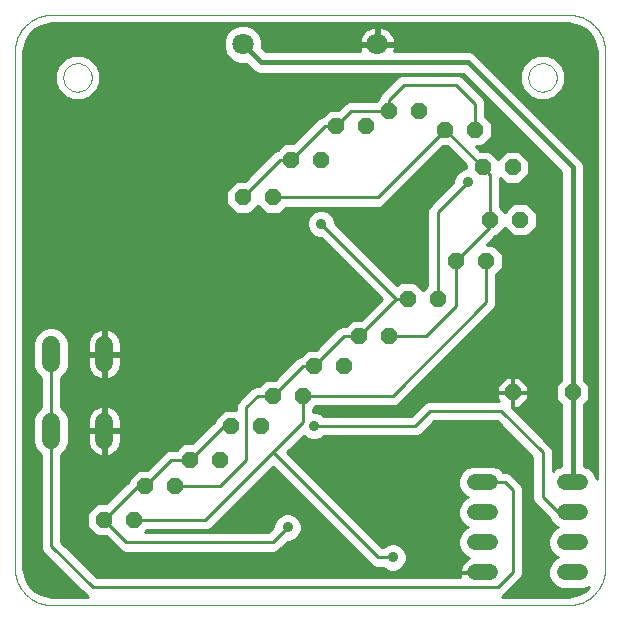
<source format=gbl>
G75*
G70*
%OFA0B0*%
%FSLAX24Y24*%
%IPPOS*%
%LPD*%
%AMOC8*
5,1,8,0,0,1.08239X$1,22.5*
%
%ADD10C,0.0000*%
%ADD11OC8,0.0520*%
%ADD12C,0.0520*%
%ADD13C,0.0600*%
%ADD14C,0.0709*%
%ADD15C,0.0100*%
%ADD16C,0.0357*%
%ADD17C,0.0160*%
D10*
X000559Y001809D02*
X000559Y018994D01*
X000561Y019062D01*
X000566Y019129D01*
X000575Y019196D01*
X000588Y019263D01*
X000605Y019328D01*
X000624Y019393D01*
X000648Y019457D01*
X000675Y019519D01*
X000705Y019580D01*
X000738Y019638D01*
X000774Y019695D01*
X000814Y019750D01*
X000856Y019803D01*
X000902Y019854D01*
X000949Y019901D01*
X001000Y019947D01*
X001053Y019989D01*
X001108Y020029D01*
X001165Y020065D01*
X001223Y020098D01*
X001284Y020128D01*
X001346Y020155D01*
X001410Y020179D01*
X001475Y020198D01*
X001540Y020215D01*
X001607Y020228D01*
X001674Y020237D01*
X001741Y020242D01*
X001809Y020244D01*
X018994Y020244D01*
X019062Y020242D01*
X019129Y020237D01*
X019196Y020228D01*
X019263Y020215D01*
X019328Y020198D01*
X019393Y020179D01*
X019457Y020155D01*
X019519Y020128D01*
X019580Y020098D01*
X019638Y020065D01*
X019695Y020029D01*
X019750Y019989D01*
X019803Y019947D01*
X019854Y019901D01*
X019901Y019854D01*
X019947Y019803D01*
X019989Y019750D01*
X020029Y019695D01*
X020065Y019638D01*
X020098Y019580D01*
X020128Y019519D01*
X020155Y019457D01*
X020179Y019393D01*
X020198Y019328D01*
X020215Y019263D01*
X020228Y019196D01*
X020237Y019129D01*
X020242Y019062D01*
X020244Y018994D01*
X020244Y001809D01*
X020242Y001741D01*
X020237Y001674D01*
X020228Y001607D01*
X020215Y001540D01*
X020198Y001475D01*
X020179Y001410D01*
X020155Y001346D01*
X020128Y001284D01*
X020098Y001223D01*
X020065Y001165D01*
X020029Y001108D01*
X019989Y001053D01*
X019947Y001000D01*
X019901Y000949D01*
X019854Y000902D01*
X019803Y000856D01*
X019750Y000814D01*
X019695Y000774D01*
X019638Y000738D01*
X019580Y000705D01*
X019519Y000675D01*
X019457Y000648D01*
X019393Y000624D01*
X019328Y000605D01*
X019263Y000588D01*
X019196Y000575D01*
X019129Y000566D01*
X019062Y000561D01*
X018994Y000559D01*
X001809Y000559D01*
X001741Y000561D01*
X001674Y000566D01*
X001607Y000575D01*
X001540Y000588D01*
X001475Y000605D01*
X001410Y000624D01*
X001346Y000648D01*
X001284Y000675D01*
X001223Y000705D01*
X001165Y000738D01*
X001108Y000774D01*
X001053Y000814D01*
X001000Y000856D01*
X000949Y000902D01*
X000902Y000949D01*
X000856Y001000D01*
X000814Y001053D01*
X000774Y001108D01*
X000738Y001165D01*
X000705Y001223D01*
X000675Y001284D01*
X000648Y001346D01*
X000624Y001410D01*
X000605Y001475D01*
X000588Y001540D01*
X000575Y001607D01*
X000566Y001674D01*
X000561Y001741D01*
X000559Y001809D01*
X002179Y018151D02*
X002181Y018194D01*
X002187Y018236D01*
X002197Y018278D01*
X002210Y018319D01*
X002227Y018359D01*
X002248Y018396D01*
X002272Y018432D01*
X002299Y018465D01*
X002329Y018496D01*
X002362Y018524D01*
X002397Y018549D01*
X002434Y018570D01*
X002473Y018588D01*
X002513Y018602D01*
X002555Y018613D01*
X002597Y018620D01*
X002640Y018623D01*
X002683Y018622D01*
X002726Y018617D01*
X002768Y018608D01*
X002809Y018596D01*
X002849Y018580D01*
X002887Y018560D01*
X002923Y018537D01*
X002957Y018510D01*
X002989Y018481D01*
X003017Y018449D01*
X003043Y018414D01*
X003065Y018378D01*
X003084Y018339D01*
X003099Y018299D01*
X003111Y018258D01*
X003119Y018215D01*
X003123Y018172D01*
X003123Y018130D01*
X003119Y018087D01*
X003111Y018044D01*
X003099Y018003D01*
X003084Y017963D01*
X003065Y017924D01*
X003043Y017888D01*
X003017Y017853D01*
X002989Y017821D01*
X002957Y017792D01*
X002923Y017765D01*
X002887Y017742D01*
X002849Y017722D01*
X002809Y017706D01*
X002768Y017694D01*
X002726Y017685D01*
X002683Y017680D01*
X002640Y017679D01*
X002597Y017682D01*
X002555Y017689D01*
X002513Y017700D01*
X002473Y017714D01*
X002434Y017732D01*
X002397Y017753D01*
X002362Y017778D01*
X002329Y017806D01*
X002299Y017837D01*
X002272Y017870D01*
X002248Y017906D01*
X002227Y017943D01*
X002210Y017983D01*
X002197Y018024D01*
X002187Y018066D01*
X002181Y018108D01*
X002179Y018151D01*
X017679Y018151D02*
X017681Y018194D01*
X017687Y018236D01*
X017697Y018278D01*
X017710Y018319D01*
X017727Y018359D01*
X017748Y018396D01*
X017772Y018432D01*
X017799Y018465D01*
X017829Y018496D01*
X017862Y018524D01*
X017897Y018549D01*
X017934Y018570D01*
X017973Y018588D01*
X018013Y018602D01*
X018055Y018613D01*
X018097Y018620D01*
X018140Y018623D01*
X018183Y018622D01*
X018226Y018617D01*
X018268Y018608D01*
X018309Y018596D01*
X018349Y018580D01*
X018387Y018560D01*
X018423Y018537D01*
X018457Y018510D01*
X018489Y018481D01*
X018517Y018449D01*
X018543Y018414D01*
X018565Y018378D01*
X018584Y018339D01*
X018599Y018299D01*
X018611Y018258D01*
X018619Y018215D01*
X018623Y018172D01*
X018623Y018130D01*
X018619Y018087D01*
X018611Y018044D01*
X018599Y018003D01*
X018584Y017963D01*
X018565Y017924D01*
X018543Y017888D01*
X018517Y017853D01*
X018489Y017821D01*
X018457Y017792D01*
X018423Y017765D01*
X018387Y017742D01*
X018349Y017722D01*
X018309Y017706D01*
X018268Y017694D01*
X018226Y017685D01*
X018183Y017680D01*
X018140Y017679D01*
X018097Y017682D01*
X018055Y017689D01*
X018013Y017700D01*
X017973Y017714D01*
X017934Y017732D01*
X017897Y017753D01*
X017862Y017778D01*
X017829Y017806D01*
X017799Y017837D01*
X017772Y017870D01*
X017748Y017906D01*
X017727Y017943D01*
X017710Y017983D01*
X017697Y018024D01*
X017687Y018066D01*
X017681Y018108D01*
X017679Y018151D01*
D11*
X015901Y016401D03*
X014901Y016401D03*
X014026Y017026D03*
X013026Y017026D03*
X012276Y016526D03*
X011276Y016526D03*
X010776Y015401D03*
X009776Y015401D03*
X009151Y014151D03*
X008151Y014151D03*
X012026Y009526D03*
X013026Y009526D03*
X013651Y010776D03*
X014651Y010776D03*
X015276Y012026D03*
X016276Y012026D03*
X016401Y013401D03*
X017401Y013401D03*
X017151Y015151D03*
X016151Y015151D03*
X011526Y008526D03*
X010526Y008526D03*
X010151Y007526D03*
X009151Y007526D03*
X008776Y006526D03*
X007776Y006526D03*
X007401Y005401D03*
X006401Y005401D03*
X005901Y004526D03*
X004901Y004526D03*
X004526Y003401D03*
X003526Y003401D03*
X017151Y007651D03*
X019151Y007651D03*
D12*
X018891Y004651D02*
X019411Y004651D01*
X019411Y003651D02*
X018891Y003651D01*
X018891Y002651D02*
X019411Y002651D01*
X019411Y001651D02*
X018891Y001651D01*
X016411Y001651D02*
X015891Y001651D01*
X015891Y002651D02*
X016411Y002651D01*
X016411Y003651D02*
X015891Y003651D01*
X015891Y004651D02*
X016411Y004651D01*
D13*
X003541Y006071D02*
X003541Y006671D01*
X001761Y006671D02*
X001761Y006071D01*
X001761Y008631D02*
X001761Y009231D01*
X003541Y009231D02*
X003541Y008631D01*
D14*
X008161Y019256D03*
X012641Y019256D03*
D15*
X002684Y001138D02*
X001133Y001138D01*
X001047Y001224D02*
X000922Y001441D01*
X000857Y001683D01*
X000849Y001809D01*
X000849Y018994D01*
X000857Y019119D01*
X000922Y019361D01*
X001047Y019578D01*
X001224Y019755D01*
X001441Y019881D01*
X001683Y019946D01*
X001809Y019954D01*
X001866Y019954D01*
X018936Y019954D01*
X018994Y019954D01*
X019119Y019946D01*
X019361Y019881D01*
X019578Y019755D01*
X019755Y019578D01*
X019881Y019361D01*
X019946Y019119D01*
X019954Y018994D01*
X019954Y004779D01*
X019877Y004963D01*
X019723Y005117D01*
X019521Y005201D01*
X019521Y007243D01*
X019701Y007423D01*
X019701Y007879D01*
X019521Y008059D01*
X019521Y015078D01*
X019521Y015225D01*
X019465Y015361D01*
X015965Y018861D01*
X015861Y018965D01*
X015725Y019021D01*
X013200Y019021D01*
X013201Y019024D01*
X013231Y019114D01*
X013245Y019206D01*
X012692Y019206D01*
X012692Y019306D01*
X013245Y019306D01*
X013231Y019397D01*
X013201Y019488D01*
X013158Y019572D01*
X013102Y019649D01*
X013035Y019717D01*
X012958Y019772D01*
X012873Y019816D01*
X012783Y019845D01*
X012691Y019859D01*
X012691Y019306D01*
X012591Y019306D01*
X012591Y019859D01*
X012500Y019845D01*
X012409Y019816D01*
X012325Y019772D01*
X012248Y019717D01*
X012180Y019649D01*
X012125Y019572D01*
X012081Y019488D01*
X012052Y019397D01*
X012037Y019306D01*
X012591Y019306D01*
X012591Y019206D01*
X012037Y019206D01*
X012052Y019114D01*
X012081Y019024D01*
X012083Y019021D01*
X008919Y019021D01*
X008805Y019134D01*
X008805Y019384D01*
X008707Y019621D01*
X008526Y019802D01*
X008289Y019900D01*
X008033Y019900D01*
X007796Y019802D01*
X007615Y019621D01*
X007517Y019384D01*
X007517Y019127D01*
X007615Y018891D01*
X007796Y018709D01*
X008033Y018611D01*
X008282Y018611D01*
X008556Y018338D01*
X008692Y018281D01*
X008839Y018281D01*
X015498Y018281D01*
X018781Y014998D01*
X018781Y008059D01*
X018601Y007879D01*
X018601Y007423D01*
X018781Y007243D01*
X018781Y005201D01*
X018580Y005117D01*
X018491Y005029D01*
X018491Y005719D01*
X018439Y005844D01*
X018344Y005939D01*
X017121Y007162D01*
X017121Y007621D01*
X016641Y007621D01*
X016641Y007440D01*
X016715Y007366D01*
X016709Y007366D01*
X014469Y007366D01*
X014334Y007366D01*
X014209Y007314D01*
X013760Y006866D01*
X010849Y006866D01*
X010792Y006923D01*
X010619Y006995D01*
X010491Y006995D01*
X010491Y007088D01*
X010589Y007186D01*
X013084Y007186D01*
X013219Y007186D01*
X013344Y007238D01*
X016469Y010363D01*
X016564Y010459D01*
X016616Y010584D01*
X016616Y011588D01*
X016826Y011798D01*
X016826Y012254D01*
X016504Y012576D01*
X016307Y012576D01*
X016582Y012851D01*
X016629Y012851D01*
X016901Y013123D01*
X017173Y012851D01*
X017629Y012851D01*
X017951Y013173D01*
X017951Y013629D01*
X017629Y013951D01*
X017173Y013951D01*
X016901Y013679D01*
X016741Y013839D01*
X016741Y014784D01*
X016923Y014601D01*
X017379Y014601D01*
X017701Y014923D01*
X017701Y015379D01*
X017379Y015701D01*
X016923Y015701D01*
X016651Y015429D01*
X016379Y015701D01*
X016082Y015701D01*
X015932Y015851D01*
X016129Y015851D01*
X016451Y016173D01*
X016451Y016629D01*
X016241Y016839D01*
X016241Y017209D01*
X016241Y017344D01*
X016189Y017469D01*
X015564Y018094D01*
X015469Y018189D01*
X015344Y018241D01*
X013594Y018241D01*
X013459Y018241D01*
X013334Y018189D01*
X012834Y017689D01*
X012738Y017594D01*
X012686Y017469D01*
X012686Y017464D01*
X012588Y017366D01*
X011844Y017366D01*
X011709Y017366D01*
X011584Y017314D01*
X011345Y017076D01*
X011048Y017076D01*
X010838Y016866D01*
X010834Y016866D01*
X010709Y016814D01*
X010613Y016719D01*
X009845Y015951D01*
X009548Y015951D01*
X009338Y015741D01*
X009334Y015741D01*
X009209Y015689D01*
X009113Y015594D01*
X009113Y015594D01*
X008220Y014701D01*
X007923Y014701D01*
X007601Y014379D01*
X007601Y013923D01*
X007923Y013601D01*
X008379Y013601D01*
X008651Y013873D01*
X008923Y013601D01*
X009379Y013601D01*
X009589Y013811D01*
X012584Y013811D01*
X012719Y013811D01*
X012844Y013863D01*
X014832Y015851D01*
X014970Y015851D01*
X015601Y015220D01*
X015601Y015120D01*
X015558Y015120D01*
X015386Y015048D01*
X015254Y014917D01*
X015183Y014744D01*
X015183Y014664D01*
X014363Y013844D01*
X014311Y013719D01*
X014311Y013584D01*
X014311Y011214D01*
X014151Y011054D01*
X013879Y011326D01*
X013423Y011326D01*
X013315Y011218D01*
X011245Y013289D01*
X011245Y013369D01*
X011173Y013542D01*
X011042Y013673D01*
X010869Y013745D01*
X010683Y013745D01*
X010511Y013673D01*
X010379Y013542D01*
X010308Y013369D01*
X010308Y013183D01*
X010379Y013011D01*
X010511Y012879D01*
X010683Y012808D01*
X010764Y012808D01*
X012795Y010776D01*
X012095Y010076D01*
X011798Y010076D01*
X011588Y009866D01*
X011459Y009866D01*
X011334Y009814D01*
X011238Y009719D01*
X010595Y009076D01*
X010298Y009076D01*
X010088Y008866D01*
X010084Y008866D01*
X009959Y008814D01*
X009863Y008719D01*
X009220Y008076D01*
X008923Y008076D01*
X008713Y007866D01*
X008584Y007866D01*
X008459Y007814D01*
X008363Y007719D01*
X007988Y007344D01*
X007936Y007219D01*
X007936Y007084D01*
X007936Y007076D01*
X007548Y007076D01*
X007226Y006754D01*
X007226Y006707D01*
X006470Y005951D01*
X006173Y005951D01*
X005963Y005741D01*
X005844Y005741D01*
X005709Y005741D01*
X005584Y005689D01*
X004970Y005076D01*
X004673Y005076D01*
X004351Y004754D01*
X004351Y004707D01*
X003595Y003951D01*
X003298Y003951D01*
X002976Y003629D01*
X002976Y003173D01*
X003298Y002851D01*
X003595Y002851D01*
X004084Y002363D01*
X004209Y002311D01*
X004344Y002311D01*
X009219Y002311D01*
X009344Y002363D01*
X009439Y002459D01*
X009664Y002683D01*
X009744Y002683D01*
X009917Y002754D01*
X010048Y002886D01*
X010120Y003058D01*
X010120Y003244D01*
X010048Y003417D01*
X009917Y003548D01*
X009744Y003620D01*
X009558Y003620D01*
X009386Y003548D01*
X009254Y003417D01*
X009183Y003244D01*
X009183Y003164D01*
X009010Y002991D01*
X004894Y002991D01*
X004964Y003061D01*
X006834Y003061D01*
X006969Y003061D01*
X007094Y003113D01*
X009151Y005170D01*
X012459Y001863D01*
X012584Y001811D01*
X012719Y001811D01*
X012829Y001811D01*
X012886Y001754D01*
X013058Y001683D01*
X013244Y001683D01*
X013417Y001754D01*
X013548Y001886D01*
X013620Y002058D01*
X013620Y002244D01*
X013548Y002417D01*
X013417Y002548D01*
X013244Y002620D01*
X013058Y002620D01*
X012886Y002548D01*
X012829Y002491D01*
X012792Y002491D01*
X009632Y005651D01*
X010185Y006205D01*
X010261Y006129D01*
X010433Y006058D01*
X010619Y006058D01*
X010792Y006129D01*
X010849Y006186D01*
X013969Y006186D01*
X014094Y006238D01*
X014189Y006334D01*
X014542Y006686D01*
X016635Y006686D01*
X017811Y005510D01*
X017811Y004219D01*
X017811Y004084D01*
X017863Y003959D01*
X018363Y003459D01*
X018385Y003437D01*
X018425Y003340D01*
X018580Y003185D01*
X018661Y003151D01*
X018580Y003117D01*
X018425Y002963D01*
X018341Y002761D01*
X018341Y002542D01*
X018425Y002340D01*
X018580Y002185D01*
X018661Y002151D01*
X018580Y002117D01*
X018425Y001963D01*
X018341Y001761D01*
X018341Y001542D01*
X018425Y001340D01*
X018580Y001185D01*
X018782Y001101D01*
X019521Y001101D01*
X019711Y001180D01*
X019578Y001047D01*
X019361Y000922D01*
X019119Y000857D01*
X018994Y000849D01*
X016809Y000849D01*
X016844Y000863D01*
X016939Y000959D01*
X017344Y001363D01*
X017439Y001459D01*
X017491Y001584D01*
X017491Y004334D01*
X017491Y004469D01*
X017439Y004594D01*
X017189Y004844D01*
X017094Y004939D01*
X016969Y004991D01*
X016849Y004991D01*
X016723Y005117D01*
X016521Y005201D01*
X015782Y005201D01*
X015580Y005117D01*
X015425Y004963D01*
X015341Y004761D01*
X015341Y004542D01*
X015425Y004340D01*
X015580Y004185D01*
X015661Y004151D01*
X015580Y004117D01*
X015425Y003963D01*
X015341Y003761D01*
X015341Y003542D01*
X015425Y003340D01*
X015580Y003185D01*
X015661Y003151D01*
X015580Y003117D01*
X015425Y002963D01*
X015341Y002761D01*
X015341Y002542D01*
X015425Y002340D01*
X015580Y002185D01*
X015713Y002130D01*
X015695Y002124D01*
X013620Y002124D01*
X013620Y002222D02*
X015543Y002222D01*
X015444Y002321D02*
X013588Y002321D01*
X013546Y002419D02*
X015392Y002419D01*
X015351Y002518D02*
X013447Y002518D01*
X013252Y002616D02*
X015341Y002616D01*
X015341Y002715D02*
X012568Y002715D01*
X012470Y002813D02*
X015363Y002813D01*
X015404Y002912D02*
X012371Y002912D01*
X012273Y003011D02*
X015473Y003011D01*
X015571Y003109D02*
X012174Y003109D01*
X012076Y003208D02*
X015557Y003208D01*
X015459Y003306D02*
X011977Y003306D01*
X011879Y003405D02*
X015398Y003405D01*
X015357Y003503D02*
X011780Y003503D01*
X011681Y003602D02*
X015341Y003602D01*
X015341Y003700D02*
X011583Y003700D01*
X011484Y003799D02*
X015357Y003799D01*
X015398Y003897D02*
X011386Y003897D01*
X011287Y003996D02*
X015458Y003996D01*
X015557Y004094D02*
X011189Y004094D01*
X011090Y004193D02*
X015572Y004193D01*
X015473Y004292D02*
X010992Y004292D01*
X010893Y004390D02*
X015404Y004390D01*
X015363Y004489D02*
X010795Y004489D01*
X010696Y004587D02*
X015341Y004587D01*
X015341Y004686D02*
X010598Y004686D01*
X010499Y004784D02*
X015351Y004784D01*
X015392Y004883D02*
X010400Y004883D01*
X010302Y004981D02*
X015444Y004981D01*
X015542Y005080D02*
X010203Y005080D01*
X010105Y005178D02*
X015727Y005178D01*
X016151Y004651D02*
X016901Y004651D01*
X017151Y004401D01*
X017151Y001651D01*
X016651Y001151D01*
X003151Y001151D01*
X001761Y002541D01*
X001761Y006371D01*
X001761Y008931D01*
X002276Y008332D02*
X003079Y008332D01*
X003071Y008343D02*
X003122Y008273D01*
X003183Y008212D01*
X003253Y008161D01*
X003330Y008122D01*
X003412Y008095D01*
X003491Y008082D01*
X003491Y008881D01*
X002991Y008881D01*
X002991Y008588D01*
X003005Y008502D01*
X003032Y008420D01*
X003071Y008343D01*
X003028Y008430D02*
X002317Y008430D01*
X002351Y008514D02*
X002351Y009349D01*
X002261Y009565D01*
X002095Y009731D01*
X001879Y009821D01*
X001644Y009821D01*
X001427Y009731D01*
X001261Y009565D01*
X001171Y009349D01*
X001171Y008514D01*
X001261Y008297D01*
X001421Y008137D01*
X001421Y007166D01*
X001261Y007005D01*
X001171Y006789D01*
X001171Y005954D01*
X001261Y005737D01*
X001421Y005577D01*
X001421Y002609D01*
X001421Y002474D01*
X001473Y002349D01*
X002959Y000863D01*
X002993Y000849D01*
X001866Y000849D01*
X001809Y000849D01*
X001683Y000857D01*
X001441Y000922D01*
X001224Y001047D01*
X001047Y001224D01*
X001040Y001237D02*
X002585Y001237D01*
X002486Y001335D02*
X000983Y001335D01*
X000926Y001434D02*
X002388Y001434D01*
X002289Y001532D02*
X000897Y001532D01*
X000871Y001631D02*
X002191Y001631D01*
X002092Y001729D02*
X000854Y001729D01*
X000849Y001828D02*
X001994Y001828D01*
X001895Y001927D02*
X000849Y001927D01*
X000849Y002025D02*
X001797Y002025D01*
X001698Y002124D02*
X000849Y002124D01*
X000849Y002222D02*
X001600Y002222D01*
X001501Y002321D02*
X000849Y002321D01*
X000849Y002419D02*
X001444Y002419D01*
X001421Y002518D02*
X000849Y002518D01*
X000849Y002616D02*
X001421Y002616D01*
X001421Y002715D02*
X000849Y002715D01*
X000849Y002813D02*
X001421Y002813D01*
X001421Y002912D02*
X000849Y002912D01*
X000849Y003011D02*
X001421Y003011D01*
X001421Y003109D02*
X000849Y003109D01*
X000849Y003208D02*
X001421Y003208D01*
X001421Y003306D02*
X000849Y003306D01*
X000849Y003405D02*
X001421Y003405D01*
X001421Y003503D02*
X000849Y003503D01*
X000849Y003602D02*
X001421Y003602D01*
X001421Y003700D02*
X000849Y003700D01*
X000849Y003799D02*
X001421Y003799D01*
X001421Y003897D02*
X000849Y003897D01*
X000849Y003996D02*
X001421Y003996D01*
X001421Y004094D02*
X000849Y004094D01*
X000849Y004193D02*
X001421Y004193D01*
X001421Y004292D02*
X000849Y004292D01*
X000849Y004390D02*
X001421Y004390D01*
X001421Y004489D02*
X000849Y004489D01*
X000849Y004587D02*
X001421Y004587D01*
X001421Y004686D02*
X000849Y004686D01*
X000849Y004784D02*
X001421Y004784D01*
X001421Y004883D02*
X000849Y004883D01*
X000849Y004981D02*
X001421Y004981D01*
X001421Y005080D02*
X000849Y005080D01*
X000849Y005178D02*
X001421Y005178D01*
X001421Y005277D02*
X000849Y005277D01*
X000849Y005376D02*
X001421Y005376D01*
X001421Y005474D02*
X000849Y005474D01*
X000849Y005573D02*
X001421Y005573D01*
X001327Y005671D02*
X000849Y005671D01*
X000849Y005770D02*
X001248Y005770D01*
X001207Y005868D02*
X000849Y005868D01*
X000849Y005967D02*
X001171Y005967D01*
X001171Y006065D02*
X000849Y006065D01*
X000849Y006164D02*
X001171Y006164D01*
X001171Y006262D02*
X000849Y006262D01*
X000849Y006361D02*
X001171Y006361D01*
X001171Y006460D02*
X000849Y006460D01*
X000849Y006558D02*
X001171Y006558D01*
X001171Y006657D02*
X000849Y006657D01*
X000849Y006755D02*
X001171Y006755D01*
X001198Y006854D02*
X000849Y006854D01*
X000849Y006952D02*
X001239Y006952D01*
X001306Y007051D02*
X000849Y007051D01*
X000849Y007149D02*
X001405Y007149D01*
X001421Y007248D02*
X000849Y007248D01*
X000849Y007346D02*
X001421Y007346D01*
X001421Y007445D02*
X000849Y007445D01*
X000849Y007544D02*
X001421Y007544D01*
X001421Y007642D02*
X000849Y007642D01*
X000849Y007741D02*
X001421Y007741D01*
X001421Y007839D02*
X000849Y007839D01*
X000849Y007938D02*
X001421Y007938D01*
X001421Y008036D02*
X000849Y008036D01*
X000849Y008135D02*
X001421Y008135D01*
X001325Y008233D02*
X000849Y008233D01*
X000849Y008332D02*
X001247Y008332D01*
X001206Y008430D02*
X000849Y008430D01*
X000849Y008529D02*
X001171Y008529D01*
X001171Y008627D02*
X000849Y008627D01*
X000849Y008726D02*
X001171Y008726D01*
X001171Y008825D02*
X000849Y008825D01*
X000849Y008923D02*
X001171Y008923D01*
X001171Y009022D02*
X000849Y009022D01*
X000849Y009120D02*
X001171Y009120D01*
X001171Y009219D02*
X000849Y009219D01*
X000849Y009317D02*
X001171Y009317D01*
X001199Y009416D02*
X000849Y009416D01*
X000849Y009514D02*
X001240Y009514D01*
X001309Y009613D02*
X000849Y009613D01*
X000849Y009711D02*
X001407Y009711D01*
X001617Y009810D02*
X000849Y009810D01*
X000849Y009909D02*
X011631Y009909D01*
X011729Y010007D02*
X000849Y010007D01*
X000849Y010106D02*
X012125Y010106D01*
X012223Y010204D02*
X000849Y010204D01*
X000849Y010303D02*
X012322Y010303D01*
X012421Y010401D02*
X000849Y010401D01*
X000849Y010500D02*
X012519Y010500D01*
X012618Y010598D02*
X000849Y010598D01*
X000849Y010697D02*
X012716Y010697D01*
X012776Y010795D02*
X000849Y010795D01*
X000849Y010894D02*
X012678Y010894D01*
X012579Y010993D02*
X000849Y010993D01*
X000849Y011091D02*
X012481Y011091D01*
X012382Y011190D02*
X000849Y011190D01*
X000849Y011288D02*
X012284Y011288D01*
X012185Y011387D02*
X000849Y011387D01*
X000849Y011485D02*
X012086Y011485D01*
X011988Y011584D02*
X000849Y011584D01*
X000849Y011682D02*
X011889Y011682D01*
X011791Y011781D02*
X000849Y011781D01*
X000849Y011879D02*
X011692Y011879D01*
X011594Y011978D02*
X000849Y011978D01*
X000849Y012076D02*
X011495Y012076D01*
X011397Y012175D02*
X000849Y012175D01*
X000849Y012274D02*
X011298Y012274D01*
X011200Y012372D02*
X000849Y012372D01*
X000849Y012471D02*
X011101Y012471D01*
X011002Y012569D02*
X000849Y012569D01*
X000849Y012668D02*
X010904Y012668D01*
X010805Y012766D02*
X000849Y012766D01*
X000849Y012865D02*
X010545Y012865D01*
X010427Y012963D02*
X000849Y012963D01*
X000849Y013062D02*
X010358Y013062D01*
X010317Y013160D02*
X000849Y013160D01*
X000849Y013259D02*
X010308Y013259D01*
X010308Y013358D02*
X000849Y013358D01*
X000849Y013456D02*
X010344Y013456D01*
X010392Y013555D02*
X000849Y013555D01*
X000849Y013653D02*
X007871Y013653D01*
X007773Y013752D02*
X000849Y013752D01*
X000849Y013850D02*
X007674Y013850D01*
X007601Y013949D02*
X000849Y013949D01*
X000849Y014047D02*
X007601Y014047D01*
X007601Y014146D02*
X000849Y014146D01*
X000849Y014244D02*
X007601Y014244D01*
X007601Y014343D02*
X000849Y014343D01*
X000849Y014442D02*
X007664Y014442D01*
X007762Y014540D02*
X000849Y014540D01*
X000849Y014639D02*
X007861Y014639D01*
X008256Y014737D02*
X000849Y014737D01*
X000849Y014836D02*
X008355Y014836D01*
X008454Y014934D02*
X000849Y014934D01*
X000849Y015033D02*
X008552Y015033D01*
X008651Y015131D02*
X000849Y015131D01*
X000849Y015230D02*
X008749Y015230D01*
X008848Y015328D02*
X000849Y015328D01*
X000849Y015427D02*
X008946Y015427D01*
X009045Y015526D02*
X000849Y015526D01*
X000849Y015624D02*
X009143Y015624D01*
X009289Y015723D02*
X000849Y015723D01*
X000849Y015821D02*
X009418Y015821D01*
X009517Y015920D02*
X000849Y015920D01*
X000849Y016018D02*
X009912Y016018D01*
X010011Y016117D02*
X000849Y016117D01*
X000849Y016215D02*
X010110Y016215D01*
X010208Y016314D02*
X000849Y016314D01*
X000849Y016412D02*
X010307Y016412D01*
X010405Y016511D02*
X000849Y016511D01*
X000849Y016609D02*
X010504Y016609D01*
X010602Y016708D02*
X000849Y016708D01*
X000849Y016807D02*
X010701Y016807D01*
X010877Y016905D02*
X000849Y016905D01*
X000849Y017004D02*
X010976Y017004D01*
X011371Y017102D02*
X000849Y017102D01*
X000849Y017201D02*
X011470Y017201D01*
X011569Y017299D02*
X000849Y017299D01*
X000849Y017398D02*
X002478Y017398D01*
X002500Y017389D02*
X002219Y017505D01*
X002005Y017719D01*
X001889Y018000D01*
X001889Y018303D01*
X002005Y018583D01*
X002219Y018798D01*
X002500Y018914D01*
X002803Y018914D01*
X003083Y018798D01*
X003298Y018583D01*
X003414Y018303D01*
X003414Y018000D01*
X003298Y017719D01*
X003083Y017505D01*
X002803Y017389D01*
X002500Y017389D01*
X002825Y017398D02*
X012620Y017398D01*
X012698Y017496D02*
X003063Y017496D01*
X003173Y017595D02*
X012739Y017595D01*
X012838Y017693D02*
X003272Y017693D01*
X003328Y017792D02*
X012936Y017792D01*
X013035Y017891D02*
X003369Y017891D01*
X003409Y017989D02*
X013133Y017989D01*
X013232Y018088D02*
X003414Y018088D01*
X003414Y018186D02*
X013330Y018186D01*
X013526Y017901D02*
X013026Y017401D01*
X013026Y017026D01*
X011776Y017026D01*
X011276Y016526D01*
X010901Y016526D01*
X009776Y015401D01*
X009401Y015401D01*
X008151Y014151D01*
X008530Y013752D02*
X008773Y013752D01*
X008674Y013850D02*
X008628Y013850D01*
X008431Y013653D02*
X008871Y013653D01*
X009431Y013653D02*
X010491Y013653D01*
X010776Y013276D02*
X013276Y010776D01*
X013651Y010776D01*
X013276Y010776D02*
X012026Y009526D01*
X011526Y009526D01*
X010526Y008526D01*
X010151Y008526D01*
X009151Y007526D01*
X008651Y007526D01*
X008276Y007151D01*
X008276Y005401D01*
X007401Y004526D01*
X005901Y004526D01*
X005776Y005401D02*
X004901Y004526D01*
X004651Y004526D01*
X003526Y003401D01*
X004276Y002651D01*
X009151Y002651D01*
X009651Y003151D01*
X009962Y003503D02*
X010818Y003503D01*
X010720Y003602D02*
X009788Y003602D01*
X010053Y003405D02*
X010917Y003405D01*
X011016Y003306D02*
X010094Y003306D01*
X010120Y003208D02*
X011114Y003208D01*
X011213Y003109D02*
X010120Y003109D01*
X010100Y003011D02*
X011311Y003011D01*
X011410Y002912D02*
X010059Y002912D01*
X009976Y002813D02*
X011508Y002813D01*
X011607Y002715D02*
X009822Y002715D01*
X009597Y002616D02*
X011705Y002616D01*
X011804Y002518D02*
X009499Y002518D01*
X009400Y002419D02*
X011902Y002419D01*
X012001Y002321D02*
X009242Y002321D01*
X009030Y003011D02*
X004913Y003011D01*
X004526Y003401D02*
X006901Y003401D01*
X009151Y005651D01*
X012651Y002151D01*
X013151Y002151D01*
X013490Y001828D02*
X015412Y001828D01*
X015419Y001847D02*
X015394Y001771D01*
X015381Y001691D01*
X015381Y001681D01*
X016121Y001681D01*
X016121Y001621D01*
X015381Y001621D01*
X015381Y001611D01*
X015394Y001532D01*
X015407Y001491D01*
X003292Y001491D01*
X002101Y002682D01*
X002101Y005577D01*
X002261Y005737D01*
X002351Y005954D01*
X002351Y006789D01*
X002261Y007005D01*
X002101Y007166D01*
X002101Y008137D01*
X002261Y008297D01*
X002351Y008514D01*
X002351Y008529D02*
X003001Y008529D01*
X002991Y008627D02*
X002351Y008627D01*
X002351Y008726D02*
X002991Y008726D01*
X002991Y008825D02*
X002351Y008825D01*
X002351Y008923D02*
X003491Y008923D01*
X003491Y008881D02*
X003491Y008981D01*
X002991Y008981D01*
X002991Y009275D01*
X003005Y009360D01*
X003032Y009442D01*
X003071Y009519D01*
X003122Y009590D01*
X003183Y009651D01*
X003253Y009702D01*
X003330Y009741D01*
X003412Y009768D01*
X003491Y009780D01*
X003491Y008981D01*
X003591Y008981D01*
X003591Y009780D01*
X003670Y009768D01*
X003752Y009741D01*
X003829Y009702D01*
X003900Y009651D01*
X003961Y009590D01*
X004012Y009519D01*
X004051Y009442D01*
X004078Y009360D01*
X004091Y009275D01*
X004091Y008981D01*
X003591Y008981D01*
X003591Y008881D01*
X003591Y008082D01*
X003670Y008095D01*
X003752Y008122D01*
X003829Y008161D01*
X003900Y008212D01*
X003961Y008273D01*
X004012Y008343D01*
X004051Y008420D01*
X004078Y008502D01*
X004091Y008588D01*
X004091Y008881D01*
X003591Y008881D01*
X003491Y008881D01*
X003491Y008825D02*
X003591Y008825D01*
X003591Y008923D02*
X010145Y008923D01*
X010244Y009022D02*
X004091Y009022D01*
X004091Y009120D02*
X010639Y009120D01*
X010738Y009219D02*
X004091Y009219D01*
X004084Y009317D02*
X010837Y009317D01*
X010935Y009416D02*
X004060Y009416D01*
X004014Y009514D02*
X011034Y009514D01*
X011132Y009613D02*
X003937Y009613D01*
X003810Y009711D02*
X011231Y009711D01*
X011329Y009810D02*
X001906Y009810D01*
X002115Y009711D02*
X003272Y009711D01*
X003145Y009613D02*
X002214Y009613D01*
X002283Y009514D02*
X003068Y009514D01*
X003023Y009416D02*
X002323Y009416D01*
X002351Y009317D02*
X002998Y009317D01*
X002991Y009219D02*
X002351Y009219D01*
X002351Y009120D02*
X002991Y009120D01*
X002991Y009022D02*
X002351Y009022D01*
X002198Y008233D02*
X003161Y008233D01*
X003304Y008135D02*
X002101Y008135D01*
X002101Y008036D02*
X008883Y008036D01*
X008785Y007938D02*
X002101Y007938D01*
X002101Y007839D02*
X008518Y007839D01*
X008385Y007741D02*
X002101Y007741D01*
X002101Y007642D02*
X008286Y007642D01*
X008188Y007544D02*
X002101Y007544D01*
X002101Y007445D02*
X008089Y007445D01*
X007991Y007346D02*
X002101Y007346D01*
X002101Y007248D02*
X007948Y007248D01*
X007936Y007149D02*
X003814Y007149D01*
X003829Y007142D02*
X003752Y007181D01*
X003670Y007208D01*
X003591Y007220D01*
X003591Y006421D01*
X003491Y006421D01*
X003491Y006321D01*
X002991Y006321D01*
X002991Y006028D01*
X003005Y005942D01*
X003032Y005860D01*
X003071Y005783D01*
X003122Y005713D01*
X003183Y005652D01*
X003253Y005601D01*
X003330Y005562D01*
X003412Y005535D01*
X003491Y005522D01*
X003491Y006321D01*
X003591Y006321D01*
X003591Y005522D01*
X003670Y005535D01*
X003752Y005562D01*
X003829Y005601D01*
X003900Y005652D01*
X003961Y005713D01*
X004012Y005783D01*
X004051Y005860D01*
X004078Y005942D01*
X004091Y006028D01*
X004091Y006321D01*
X003591Y006321D01*
X003591Y006421D01*
X004091Y006421D01*
X004091Y006715D01*
X004078Y006800D01*
X004051Y006882D01*
X004012Y006959D01*
X003961Y007030D01*
X003900Y007091D01*
X003829Y007142D01*
X003939Y007051D02*
X007523Y007051D01*
X007424Y006952D02*
X004015Y006952D01*
X004060Y006854D02*
X007326Y006854D01*
X007227Y006755D02*
X004085Y006755D01*
X004091Y006657D02*
X007176Y006657D01*
X007077Y006558D02*
X004091Y006558D01*
X004091Y006460D02*
X006979Y006460D01*
X006880Y006361D02*
X003591Y006361D01*
X003591Y006262D02*
X003491Y006262D01*
X003491Y006164D02*
X003591Y006164D01*
X003591Y006065D02*
X003491Y006065D01*
X003491Y005967D02*
X003591Y005967D01*
X003591Y005868D02*
X003491Y005868D01*
X003491Y005770D02*
X003591Y005770D01*
X003591Y005671D02*
X003491Y005671D01*
X003491Y005573D02*
X003591Y005573D01*
X003774Y005573D02*
X005467Y005573D01*
X005565Y005671D02*
X003919Y005671D01*
X004002Y005770D02*
X005992Y005770D01*
X006090Y005868D02*
X004054Y005868D01*
X004082Y005967D02*
X006486Y005967D01*
X006585Y006065D02*
X004091Y006065D01*
X004091Y006164D02*
X006683Y006164D01*
X006782Y006262D02*
X004091Y006262D01*
X003591Y006460D02*
X003491Y006460D01*
X003491Y006421D02*
X003491Y007220D01*
X003412Y007208D01*
X003330Y007181D01*
X003253Y007142D01*
X003183Y007091D01*
X003122Y007030D01*
X003071Y006959D01*
X003032Y006882D01*
X003005Y006800D01*
X002991Y006715D01*
X002991Y006421D01*
X003491Y006421D01*
X003491Y006361D02*
X002351Y006361D01*
X002351Y006262D02*
X002991Y006262D01*
X002991Y006164D02*
X002351Y006164D01*
X002351Y006065D02*
X002991Y006065D01*
X003001Y005967D02*
X002351Y005967D01*
X002316Y005868D02*
X003029Y005868D01*
X003080Y005770D02*
X002275Y005770D01*
X002196Y005671D02*
X003164Y005671D01*
X003308Y005573D02*
X002101Y005573D01*
X002101Y005474D02*
X005368Y005474D01*
X005270Y005376D02*
X002101Y005376D01*
X002101Y005277D02*
X005171Y005277D01*
X005073Y005178D02*
X002101Y005178D01*
X002101Y005080D02*
X004974Y005080D01*
X004579Y004981D02*
X002101Y004981D01*
X002101Y004883D02*
X004480Y004883D01*
X004381Y004784D02*
X002101Y004784D01*
X002101Y004686D02*
X004330Y004686D01*
X004231Y004587D02*
X002101Y004587D01*
X002101Y004489D02*
X004133Y004489D01*
X004034Y004390D02*
X002101Y004390D01*
X002101Y004292D02*
X003936Y004292D01*
X003837Y004193D02*
X002101Y004193D01*
X002101Y004094D02*
X003739Y004094D01*
X003640Y003996D02*
X002101Y003996D01*
X002101Y003897D02*
X003245Y003897D01*
X003146Y003799D02*
X002101Y003799D01*
X002101Y003700D02*
X003048Y003700D01*
X002976Y003602D02*
X002101Y003602D01*
X002101Y003503D02*
X002976Y003503D01*
X002976Y003405D02*
X002101Y003405D01*
X002101Y003306D02*
X002976Y003306D01*
X002976Y003208D02*
X002101Y003208D01*
X002101Y003109D02*
X003041Y003109D01*
X003139Y003011D02*
X002101Y003011D01*
X002101Y002912D02*
X003238Y002912D01*
X003633Y002813D02*
X002101Y002813D01*
X002101Y002715D02*
X003732Y002715D01*
X003830Y002616D02*
X002167Y002616D01*
X002265Y002518D02*
X003929Y002518D01*
X004027Y002419D02*
X002364Y002419D01*
X002463Y002321D02*
X004186Y002321D01*
X003251Y001532D02*
X015394Y001532D01*
X015387Y001729D02*
X013357Y001729D01*
X013565Y001927D02*
X015461Y001927D01*
X015455Y001919D02*
X015419Y001847D01*
X015455Y001919D02*
X015502Y001983D01*
X015559Y002040D01*
X015624Y002087D01*
X015695Y002124D01*
X015544Y002025D02*
X013606Y002025D01*
X012946Y001729D02*
X003054Y001729D01*
X003152Y001631D02*
X016121Y001631D01*
X016922Y000941D02*
X019395Y000941D01*
X019565Y001040D02*
X017020Y001040D01*
X016939Y000959D02*
X016939Y000959D01*
X017119Y001138D02*
X018693Y001138D01*
X018528Y001237D02*
X017217Y001237D01*
X017316Y001335D02*
X018429Y001335D01*
X018386Y001434D02*
X017415Y001434D01*
X017344Y001363D02*
X017344Y001363D01*
X017470Y001532D02*
X018345Y001532D01*
X018341Y001631D02*
X017491Y001631D01*
X017491Y001729D02*
X018341Y001729D01*
X018369Y001828D02*
X017491Y001828D01*
X017491Y001927D02*
X018410Y001927D01*
X018487Y002025D02*
X017491Y002025D01*
X017491Y002124D02*
X018595Y002124D01*
X018543Y002222D02*
X017491Y002222D01*
X017491Y002321D02*
X018444Y002321D01*
X018392Y002419D02*
X017491Y002419D01*
X017491Y002518D02*
X018351Y002518D01*
X018341Y002616D02*
X017491Y002616D01*
X017491Y002715D02*
X018341Y002715D01*
X018363Y002813D02*
X017491Y002813D01*
X017491Y002912D02*
X018404Y002912D01*
X018473Y003011D02*
X017491Y003011D01*
X017491Y003109D02*
X018571Y003109D01*
X018557Y003208D02*
X017491Y003208D01*
X017491Y003306D02*
X018459Y003306D01*
X018398Y003405D02*
X017491Y003405D01*
X017491Y003503D02*
X018318Y003503D01*
X018220Y003602D02*
X017491Y003602D01*
X017491Y003700D02*
X018121Y003700D01*
X018023Y003799D02*
X017491Y003799D01*
X017491Y003897D02*
X017924Y003897D01*
X017848Y003996D02*
X017491Y003996D01*
X017491Y004094D02*
X017811Y004094D01*
X017811Y004193D02*
X017491Y004193D01*
X017491Y004292D02*
X017811Y004292D01*
X017811Y004390D02*
X017491Y004390D01*
X017483Y004489D02*
X017811Y004489D01*
X017811Y004587D02*
X017442Y004587D01*
X017348Y004686D02*
X017811Y004686D01*
X017811Y004784D02*
X017249Y004784D01*
X017150Y004883D02*
X017811Y004883D01*
X017811Y004981D02*
X016993Y004981D01*
X016760Y005080D02*
X017811Y005080D01*
X017811Y005178D02*
X016576Y005178D01*
X017355Y005967D02*
X009948Y005967D01*
X010046Y006065D02*
X010415Y006065D01*
X010226Y006164D02*
X010145Y006164D01*
X009849Y005868D02*
X017453Y005868D01*
X017552Y005770D02*
X009750Y005770D01*
X009652Y005671D02*
X017651Y005671D01*
X017749Y005573D02*
X009711Y005573D01*
X009809Y005474D02*
X017811Y005474D01*
X017811Y005376D02*
X009908Y005376D01*
X010006Y005277D02*
X017811Y005277D01*
X018151Y005651D02*
X018151Y004151D01*
X018651Y003651D01*
X019151Y003651D01*
X019951Y004784D02*
X019954Y004784D01*
X019954Y004883D02*
X019911Y004883D01*
X019954Y004981D02*
X019859Y004981D01*
X019954Y005080D02*
X019760Y005080D01*
X019576Y005178D02*
X019954Y005178D01*
X019954Y005277D02*
X019521Y005277D01*
X019521Y005376D02*
X019954Y005376D01*
X019954Y005474D02*
X019521Y005474D01*
X019521Y005573D02*
X019954Y005573D01*
X019954Y005671D02*
X019521Y005671D01*
X019521Y005770D02*
X019954Y005770D01*
X019954Y005868D02*
X019521Y005868D01*
X019521Y005967D02*
X019954Y005967D01*
X019954Y006065D02*
X019521Y006065D01*
X019521Y006164D02*
X019954Y006164D01*
X019954Y006262D02*
X019521Y006262D01*
X019521Y006361D02*
X019954Y006361D01*
X019954Y006460D02*
X019521Y006460D01*
X019521Y006558D02*
X019954Y006558D01*
X019954Y006657D02*
X019521Y006657D01*
X019521Y006755D02*
X019954Y006755D01*
X019954Y006854D02*
X019521Y006854D01*
X019521Y006952D02*
X019954Y006952D01*
X019954Y007051D02*
X019521Y007051D01*
X019521Y007149D02*
X019954Y007149D01*
X019954Y007248D02*
X019526Y007248D01*
X019624Y007346D02*
X019954Y007346D01*
X019954Y007445D02*
X019701Y007445D01*
X019701Y007544D02*
X019954Y007544D01*
X019954Y007642D02*
X019701Y007642D01*
X019701Y007741D02*
X019954Y007741D01*
X019954Y007839D02*
X019701Y007839D01*
X019643Y007938D02*
X019954Y007938D01*
X019954Y008036D02*
X019544Y008036D01*
X019521Y008135D02*
X019954Y008135D01*
X019954Y008233D02*
X019521Y008233D01*
X019521Y008332D02*
X019954Y008332D01*
X019954Y008430D02*
X019521Y008430D01*
X019521Y008529D02*
X019954Y008529D01*
X019954Y008627D02*
X019521Y008627D01*
X019521Y008726D02*
X019954Y008726D01*
X019954Y008825D02*
X019521Y008825D01*
X019521Y008923D02*
X019954Y008923D01*
X019954Y009022D02*
X019521Y009022D01*
X019521Y009120D02*
X019954Y009120D01*
X019954Y009219D02*
X019521Y009219D01*
X019521Y009317D02*
X019954Y009317D01*
X019954Y009416D02*
X019521Y009416D01*
X019521Y009514D02*
X019954Y009514D01*
X019954Y009613D02*
X019521Y009613D01*
X019521Y009711D02*
X019954Y009711D01*
X019954Y009810D02*
X019521Y009810D01*
X019521Y009909D02*
X019954Y009909D01*
X019954Y010007D02*
X019521Y010007D01*
X019521Y010106D02*
X019954Y010106D01*
X019954Y010204D02*
X019521Y010204D01*
X019521Y010303D02*
X019954Y010303D01*
X019954Y010401D02*
X019521Y010401D01*
X019521Y010500D02*
X019954Y010500D01*
X019954Y010598D02*
X019521Y010598D01*
X019521Y010697D02*
X019954Y010697D01*
X019954Y010795D02*
X019521Y010795D01*
X019521Y010894D02*
X019954Y010894D01*
X019954Y010993D02*
X019521Y010993D01*
X019521Y011091D02*
X019954Y011091D01*
X019954Y011190D02*
X019521Y011190D01*
X019521Y011288D02*
X019954Y011288D01*
X019954Y011387D02*
X019521Y011387D01*
X019521Y011485D02*
X019954Y011485D01*
X019954Y011584D02*
X019521Y011584D01*
X019521Y011682D02*
X019954Y011682D01*
X019954Y011781D02*
X019521Y011781D01*
X019521Y011879D02*
X019954Y011879D01*
X019954Y011978D02*
X019521Y011978D01*
X019521Y012076D02*
X019954Y012076D01*
X019954Y012175D02*
X019521Y012175D01*
X019521Y012274D02*
X019954Y012274D01*
X019954Y012372D02*
X019521Y012372D01*
X019521Y012471D02*
X019954Y012471D01*
X019954Y012569D02*
X019521Y012569D01*
X019521Y012668D02*
X019954Y012668D01*
X019954Y012766D02*
X019521Y012766D01*
X019521Y012865D02*
X019954Y012865D01*
X019954Y012963D02*
X019521Y012963D01*
X019521Y013062D02*
X019954Y013062D01*
X019954Y013160D02*
X019521Y013160D01*
X019521Y013259D02*
X019954Y013259D01*
X019954Y013358D02*
X019521Y013358D01*
X019521Y013456D02*
X019954Y013456D01*
X019954Y013555D02*
X019521Y013555D01*
X019521Y013653D02*
X019954Y013653D01*
X019954Y013752D02*
X019521Y013752D01*
X019521Y013850D02*
X019954Y013850D01*
X019954Y013949D02*
X019521Y013949D01*
X019521Y014047D02*
X019954Y014047D01*
X019954Y014146D02*
X019521Y014146D01*
X019521Y014244D02*
X019954Y014244D01*
X019954Y014343D02*
X019521Y014343D01*
X019521Y014442D02*
X019954Y014442D01*
X019954Y014540D02*
X019521Y014540D01*
X019521Y014639D02*
X019954Y014639D01*
X019954Y014737D02*
X019521Y014737D01*
X019521Y014836D02*
X019954Y014836D01*
X019954Y014934D02*
X019521Y014934D01*
X019521Y015033D02*
X019954Y015033D01*
X019954Y015131D02*
X019521Y015131D01*
X019519Y015230D02*
X019954Y015230D01*
X019954Y015328D02*
X019478Y015328D01*
X019399Y015427D02*
X019954Y015427D01*
X019954Y015526D02*
X019300Y015526D01*
X019202Y015624D02*
X019954Y015624D01*
X019954Y015723D02*
X019103Y015723D01*
X019005Y015821D02*
X019954Y015821D01*
X019954Y015920D02*
X018906Y015920D01*
X018807Y016018D02*
X019954Y016018D01*
X019954Y016117D02*
X018709Y016117D01*
X018610Y016215D02*
X019954Y016215D01*
X019954Y016314D02*
X018512Y016314D01*
X018413Y016412D02*
X019954Y016412D01*
X019954Y016511D02*
X018315Y016511D01*
X018216Y016609D02*
X019954Y016609D01*
X019954Y016708D02*
X018118Y016708D01*
X018019Y016807D02*
X019954Y016807D01*
X019954Y016905D02*
X017921Y016905D01*
X017822Y017004D02*
X019954Y017004D01*
X019954Y017102D02*
X017724Y017102D01*
X017625Y017201D02*
X019954Y017201D01*
X019954Y017299D02*
X017526Y017299D01*
X017428Y017398D02*
X017978Y017398D01*
X018000Y017389D02*
X018303Y017389D01*
X018583Y017505D01*
X018798Y017719D01*
X018914Y018000D01*
X018914Y018303D01*
X018798Y018583D01*
X018583Y018798D01*
X018303Y018914D01*
X018000Y018914D01*
X017719Y018798D01*
X017505Y018583D01*
X017389Y018303D01*
X017389Y018000D01*
X017505Y017719D01*
X017719Y017505D01*
X018000Y017389D01*
X017740Y017496D02*
X017329Y017496D01*
X017231Y017595D02*
X017629Y017595D01*
X017531Y017693D02*
X017132Y017693D01*
X017034Y017792D02*
X017475Y017792D01*
X017434Y017891D02*
X016935Y017891D01*
X016837Y017989D02*
X017393Y017989D01*
X017389Y018088D02*
X016738Y018088D01*
X016640Y018186D02*
X017389Y018186D01*
X017389Y018285D02*
X016541Y018285D01*
X016442Y018383D02*
X017422Y018383D01*
X017463Y018482D02*
X016344Y018482D01*
X016245Y018580D02*
X017504Y018580D01*
X017601Y018679D02*
X016147Y018679D01*
X016048Y018777D02*
X017699Y018777D01*
X017909Y018876D02*
X015950Y018876D01*
X015838Y018975D02*
X019954Y018975D01*
X019949Y019073D02*
X013217Y019073D01*
X013240Y019172D02*
X019931Y019172D01*
X019905Y019270D02*
X012692Y019270D01*
X012691Y019369D02*
X012591Y019369D01*
X012591Y019467D02*
X012691Y019467D01*
X012691Y019566D02*
X012591Y019566D01*
X012591Y019664D02*
X012691Y019664D01*
X012691Y019763D02*
X012591Y019763D01*
X012311Y019763D02*
X008565Y019763D01*
X008664Y019664D02*
X012196Y019664D01*
X012121Y019566D02*
X008730Y019566D01*
X008771Y019467D02*
X012075Y019467D01*
X012047Y019369D02*
X008805Y019369D01*
X008805Y019270D02*
X012591Y019270D01*
X012065Y019073D02*
X008867Y019073D01*
X008805Y019172D02*
X012043Y019172D01*
X012971Y019763D02*
X019565Y019763D01*
X019669Y019664D02*
X013087Y019664D01*
X013162Y019566D02*
X019763Y019566D01*
X019819Y019467D02*
X013208Y019467D01*
X013235Y019369D02*
X019876Y019369D01*
X019395Y019861D02*
X008382Y019861D01*
X007940Y019861D02*
X001408Y019861D01*
X001237Y019763D02*
X007757Y019763D01*
X007659Y019664D02*
X001133Y019664D01*
X001040Y019566D02*
X007592Y019566D01*
X007551Y019467D02*
X000983Y019467D01*
X000926Y019369D02*
X007517Y019369D01*
X007517Y019270D02*
X000897Y019270D01*
X000871Y019172D02*
X007517Y019172D01*
X007539Y019073D02*
X000854Y019073D01*
X000857Y019119D02*
X000857Y019119D01*
X000849Y018975D02*
X007580Y018975D01*
X007629Y018876D02*
X002894Y018876D01*
X003103Y018777D02*
X007728Y018777D01*
X007870Y018679D02*
X003202Y018679D01*
X003299Y018580D02*
X008313Y018580D01*
X008412Y018482D02*
X003340Y018482D01*
X003380Y018383D02*
X008510Y018383D01*
X008683Y018285D02*
X003414Y018285D01*
X002409Y018876D02*
X000849Y018876D01*
X000849Y018777D02*
X002199Y018777D01*
X002101Y018679D02*
X000849Y018679D01*
X000849Y018580D02*
X002004Y018580D01*
X001963Y018482D02*
X000849Y018482D01*
X000849Y018383D02*
X001922Y018383D01*
X001889Y018285D02*
X000849Y018285D01*
X000849Y018186D02*
X001889Y018186D01*
X001889Y018088D02*
X000849Y018088D01*
X000849Y017989D02*
X001893Y017989D01*
X001934Y017891D02*
X000849Y017891D01*
X000849Y017792D02*
X001975Y017792D01*
X002031Y017693D02*
X000849Y017693D01*
X000849Y017595D02*
X002129Y017595D01*
X002240Y017496D02*
X000849Y017496D01*
X003491Y009711D02*
X003591Y009711D01*
X003591Y009613D02*
X003491Y009613D01*
X003491Y009514D02*
X003591Y009514D01*
X003591Y009416D02*
X003491Y009416D01*
X003491Y009317D02*
X003591Y009317D01*
X003591Y009219D02*
X003491Y009219D01*
X003491Y009120D02*
X003591Y009120D01*
X003591Y009022D02*
X003491Y009022D01*
X003491Y008726D02*
X003591Y008726D01*
X003591Y008627D02*
X003491Y008627D01*
X003491Y008529D02*
X003591Y008529D01*
X003591Y008430D02*
X003491Y008430D01*
X003491Y008332D02*
X003591Y008332D01*
X003591Y008233D02*
X003491Y008233D01*
X003491Y008135D02*
X003591Y008135D01*
X003778Y008135D02*
X009279Y008135D01*
X009378Y008233D02*
X003921Y008233D01*
X004004Y008332D02*
X009476Y008332D01*
X009575Y008430D02*
X004054Y008430D01*
X004082Y008529D02*
X009673Y008529D01*
X009772Y008627D02*
X004091Y008627D01*
X004091Y008726D02*
X009870Y008726D01*
X009983Y008825D02*
X004091Y008825D01*
X003591Y007149D02*
X003491Y007149D01*
X003491Y007051D02*
X003591Y007051D01*
X003591Y006952D02*
X003491Y006952D01*
X003491Y006854D02*
X003591Y006854D01*
X003591Y006755D02*
X003491Y006755D01*
X003491Y006657D02*
X003591Y006657D01*
X003591Y006558D02*
X003491Y006558D01*
X002991Y006558D02*
X002351Y006558D01*
X002351Y006460D02*
X002991Y006460D01*
X002991Y006657D02*
X002351Y006657D01*
X002351Y006755D02*
X002998Y006755D01*
X003022Y006854D02*
X002324Y006854D01*
X002283Y006952D02*
X003067Y006952D01*
X003143Y007051D02*
X002216Y007051D01*
X002118Y007149D02*
X003268Y007149D01*
X005776Y005401D02*
X006401Y005401D01*
X007526Y006526D01*
X007776Y006526D01*
X009151Y005651D02*
X010151Y006651D01*
X010151Y007526D01*
X013151Y007526D01*
X016276Y010651D01*
X016276Y012026D01*
X016826Y011978D02*
X018781Y011978D01*
X018781Y012076D02*
X016826Y012076D01*
X016826Y012175D02*
X018781Y012175D01*
X018781Y012274D02*
X016807Y012274D01*
X016708Y012372D02*
X018781Y012372D01*
X018781Y012471D02*
X016610Y012471D01*
X016511Y012569D02*
X018781Y012569D01*
X018781Y012668D02*
X016399Y012668D01*
X016497Y012766D02*
X018781Y012766D01*
X018781Y012865D02*
X017643Y012865D01*
X017741Y012963D02*
X018781Y012963D01*
X018781Y013062D02*
X017840Y013062D01*
X017938Y013160D02*
X018781Y013160D01*
X018781Y013259D02*
X017951Y013259D01*
X017951Y013358D02*
X018781Y013358D01*
X018781Y013456D02*
X017951Y013456D01*
X017951Y013555D02*
X018781Y013555D01*
X018781Y013653D02*
X017927Y013653D01*
X017829Y013752D02*
X018781Y013752D01*
X018781Y013850D02*
X017730Y013850D01*
X017631Y013949D02*
X018781Y013949D01*
X018781Y014047D02*
X016741Y014047D01*
X016741Y013949D02*
X017171Y013949D01*
X017073Y013850D02*
X016741Y013850D01*
X016829Y013752D02*
X016974Y013752D01*
X016741Y014146D02*
X018781Y014146D01*
X018781Y014244D02*
X016741Y014244D01*
X016741Y014343D02*
X018781Y014343D01*
X018781Y014442D02*
X016741Y014442D01*
X016741Y014540D02*
X018781Y014540D01*
X018781Y014639D02*
X017416Y014639D01*
X017515Y014737D02*
X018781Y014737D01*
X018781Y014836D02*
X017614Y014836D01*
X017701Y014934D02*
X018781Y014934D01*
X018746Y015033D02*
X017701Y015033D01*
X017701Y015131D02*
X018648Y015131D01*
X018549Y015230D02*
X017701Y015230D01*
X017701Y015328D02*
X018451Y015328D01*
X018352Y015427D02*
X017653Y015427D01*
X017555Y015526D02*
X018254Y015526D01*
X018155Y015624D02*
X017456Y015624D01*
X017761Y016018D02*
X016296Y016018D01*
X016197Y015920D02*
X017860Y015920D01*
X017958Y015821D02*
X015962Y015821D01*
X016061Y015723D02*
X018057Y015723D01*
X017662Y016117D02*
X016395Y016117D01*
X016451Y016215D02*
X017564Y016215D01*
X017465Y016314D02*
X016451Y016314D01*
X016451Y016412D02*
X017367Y016412D01*
X017268Y016511D02*
X016451Y016511D01*
X016451Y016609D02*
X017170Y016609D01*
X017071Y016708D02*
X016372Y016708D01*
X016274Y016807D02*
X016973Y016807D01*
X016874Y016905D02*
X016241Y016905D01*
X016241Y017004D02*
X016776Y017004D01*
X016677Y017102D02*
X016241Y017102D01*
X016241Y017201D02*
X016579Y017201D01*
X016480Y017299D02*
X016241Y017299D01*
X016219Y017398D02*
X016381Y017398D01*
X016283Y017496D02*
X016162Y017496D01*
X016184Y017595D02*
X016063Y017595D01*
X016086Y017693D02*
X015965Y017693D01*
X015987Y017792D02*
X015866Y017792D01*
X015889Y017891D02*
X015768Y017891D01*
X015790Y017989D02*
X015669Y017989D01*
X015692Y018088D02*
X015571Y018088D01*
X015593Y018186D02*
X015472Y018186D01*
X015276Y017901D02*
X013526Y017901D01*
X015276Y017901D02*
X015901Y017276D01*
X015901Y016401D01*
X016456Y015624D02*
X016846Y015624D01*
X016748Y015526D02*
X016555Y015526D01*
X016151Y015151D02*
X016401Y014901D01*
X016401Y013401D01*
X016401Y013151D01*
X015276Y012026D01*
X015276Y010526D01*
X014276Y009526D01*
X013026Y009526D01*
X014339Y008233D02*
X018781Y008233D01*
X018781Y008135D02*
X017389Y008135D01*
X017362Y008161D02*
X017181Y008161D01*
X017181Y007681D01*
X017121Y007681D01*
X017121Y007621D01*
X017181Y007621D01*
X017181Y007141D01*
X017362Y007141D01*
X017661Y007440D01*
X017661Y007621D01*
X017181Y007621D01*
X017181Y007681D01*
X017661Y007681D01*
X017661Y007862D01*
X017362Y008161D01*
X017487Y008036D02*
X018758Y008036D01*
X018660Y007938D02*
X017586Y007938D01*
X017661Y007839D02*
X018601Y007839D01*
X018601Y007741D02*
X017661Y007741D01*
X017661Y007544D02*
X018601Y007544D01*
X018601Y007642D02*
X017181Y007642D01*
X017121Y007642D02*
X013748Y007642D01*
X013846Y007741D02*
X016641Y007741D01*
X016641Y007681D02*
X016641Y007862D01*
X016940Y008161D01*
X017121Y008161D01*
X017121Y007681D01*
X016641Y007681D01*
X016641Y007544D02*
X013649Y007544D01*
X013551Y007445D02*
X016641Y007445D01*
X016641Y007839D02*
X013945Y007839D01*
X014043Y007938D02*
X016716Y007938D01*
X016815Y008036D02*
X014142Y008036D01*
X014241Y008135D02*
X016914Y008135D01*
X017121Y008135D02*
X017181Y008135D01*
X017181Y008036D02*
X017121Y008036D01*
X017121Y007938D02*
X017181Y007938D01*
X017181Y007839D02*
X017121Y007839D01*
X017121Y007741D02*
X017181Y007741D01*
X017181Y007544D02*
X017121Y007544D01*
X017121Y007445D02*
X017181Y007445D01*
X017181Y007346D02*
X017121Y007346D01*
X017121Y007248D02*
X017181Y007248D01*
X017181Y007149D02*
X017134Y007149D01*
X017232Y007051D02*
X018781Y007051D01*
X018781Y007149D02*
X017371Y007149D01*
X017469Y007248D02*
X018777Y007248D01*
X018678Y007346D02*
X017568Y007346D01*
X017661Y007445D02*
X018601Y007445D01*
X018781Y006952D02*
X017331Y006952D01*
X017430Y006854D02*
X018781Y006854D01*
X018781Y006755D02*
X017528Y006755D01*
X017627Y006657D02*
X018781Y006657D01*
X018781Y006558D02*
X017725Y006558D01*
X017824Y006460D02*
X018781Y006460D01*
X018781Y006361D02*
X017922Y006361D01*
X018021Y006262D02*
X018781Y006262D01*
X018781Y006164D02*
X018119Y006164D01*
X018218Y006065D02*
X018781Y006065D01*
X018781Y005967D02*
X018316Y005967D01*
X018415Y005868D02*
X018781Y005868D01*
X018781Y005770D02*
X018470Y005770D01*
X018491Y005671D02*
X018781Y005671D01*
X018781Y005573D02*
X018491Y005573D01*
X018491Y005474D02*
X018781Y005474D01*
X018781Y005376D02*
X018491Y005376D01*
X018491Y005277D02*
X018781Y005277D01*
X018727Y005178D02*
X018491Y005178D01*
X018491Y005080D02*
X018542Y005080D01*
X018151Y005651D02*
X016776Y007026D01*
X014401Y007026D01*
X013901Y006526D01*
X010526Y006526D01*
X010722Y006952D02*
X013846Y006952D01*
X013945Y007051D02*
X010491Y007051D01*
X010552Y007149D02*
X014044Y007149D01*
X014142Y007248D02*
X013354Y007248D01*
X013452Y007346D02*
X014286Y007346D01*
X014512Y006657D02*
X016665Y006657D01*
X016764Y006558D02*
X014414Y006558D01*
X014315Y006460D02*
X016862Y006460D01*
X016961Y006361D02*
X014217Y006361D01*
X014118Y006262D02*
X017059Y006262D01*
X017158Y006164D02*
X010826Y006164D01*
X010638Y006065D02*
X017256Y006065D01*
X018781Y008332D02*
X014438Y008332D01*
X014536Y008430D02*
X018781Y008430D01*
X018781Y008529D02*
X014635Y008529D01*
X014733Y008627D02*
X018781Y008627D01*
X018781Y008726D02*
X014832Y008726D01*
X014930Y008825D02*
X018781Y008825D01*
X018781Y008923D02*
X015029Y008923D01*
X015127Y009022D02*
X018781Y009022D01*
X018781Y009120D02*
X015226Y009120D01*
X015325Y009219D02*
X018781Y009219D01*
X018781Y009317D02*
X015423Y009317D01*
X015522Y009416D02*
X018781Y009416D01*
X018781Y009514D02*
X015620Y009514D01*
X015719Y009613D02*
X018781Y009613D01*
X018781Y009711D02*
X015817Y009711D01*
X015916Y009810D02*
X018781Y009810D01*
X018781Y009909D02*
X016014Y009909D01*
X016113Y010007D02*
X018781Y010007D01*
X018781Y010106D02*
X016211Y010106D01*
X016310Y010204D02*
X018781Y010204D01*
X018781Y010303D02*
X016409Y010303D01*
X016507Y010401D02*
X018781Y010401D01*
X018781Y010500D02*
X016581Y010500D01*
X016616Y010598D02*
X018781Y010598D01*
X018781Y010697D02*
X016616Y010697D01*
X016616Y010795D02*
X018781Y010795D01*
X018781Y010894D02*
X016616Y010894D01*
X016616Y010993D02*
X018781Y010993D01*
X018781Y011091D02*
X016616Y011091D01*
X016616Y011190D02*
X018781Y011190D01*
X018781Y011288D02*
X016616Y011288D01*
X016616Y011387D02*
X018781Y011387D01*
X018781Y011485D02*
X016616Y011485D01*
X016616Y011584D02*
X018781Y011584D01*
X018781Y011682D02*
X016710Y011682D01*
X016809Y011781D02*
X018781Y011781D01*
X018781Y011879D02*
X016826Y011879D01*
X016643Y012865D02*
X017160Y012865D01*
X017061Y012963D02*
X016741Y012963D01*
X016840Y013062D02*
X016963Y013062D01*
X016886Y014639D02*
X016741Y014639D01*
X016741Y014737D02*
X016788Y014737D01*
X016151Y015151D02*
X014901Y016401D01*
X012651Y014151D01*
X009151Y014151D01*
X009530Y013752D02*
X014325Y013752D01*
X014311Y013653D02*
X011062Y013653D01*
X011160Y013555D02*
X014311Y013555D01*
X014311Y013456D02*
X011209Y013456D01*
X011245Y013358D02*
X014311Y013358D01*
X014311Y013259D02*
X011274Y013259D01*
X011373Y013160D02*
X014311Y013160D01*
X014311Y013062D02*
X011471Y013062D01*
X011570Y012963D02*
X014311Y012963D01*
X014311Y012865D02*
X011668Y012865D01*
X011767Y012766D02*
X014311Y012766D01*
X014311Y012668D02*
X011866Y012668D01*
X011964Y012569D02*
X014311Y012569D01*
X014311Y012471D02*
X012063Y012471D01*
X012161Y012372D02*
X014311Y012372D01*
X014311Y012274D02*
X012260Y012274D01*
X012358Y012175D02*
X014311Y012175D01*
X014311Y012076D02*
X012457Y012076D01*
X012555Y011978D02*
X014311Y011978D01*
X014311Y011879D02*
X012654Y011879D01*
X012752Y011781D02*
X014311Y011781D01*
X014311Y011682D02*
X012851Y011682D01*
X012949Y011584D02*
X014311Y011584D01*
X014311Y011485D02*
X013048Y011485D01*
X013147Y011387D02*
X014311Y011387D01*
X014311Y011288D02*
X013917Y011288D01*
X014016Y011190D02*
X014287Y011190D01*
X014188Y011091D02*
X014114Y011091D01*
X014651Y010776D02*
X014651Y013651D01*
X015651Y014651D01*
X015221Y014836D02*
X013816Y014836D01*
X013718Y014737D02*
X015183Y014737D01*
X015158Y014639D02*
X013619Y014639D01*
X013521Y014540D02*
X015059Y014540D01*
X014961Y014442D02*
X013422Y014442D01*
X013324Y014343D02*
X014862Y014343D01*
X014764Y014244D02*
X013225Y014244D01*
X013127Y014146D02*
X014665Y014146D01*
X014567Y014047D02*
X013028Y014047D01*
X012930Y013949D02*
X014468Y013949D01*
X014369Y013850D02*
X012813Y013850D01*
X013915Y014934D02*
X015272Y014934D01*
X015370Y015033D02*
X014014Y015033D01*
X014112Y015131D02*
X015601Y015131D01*
X015592Y015230D02*
X014211Y015230D01*
X014309Y015328D02*
X015493Y015328D01*
X015395Y015427D02*
X014408Y015427D01*
X014506Y015526D02*
X015296Y015526D01*
X015198Y015624D02*
X014605Y015624D01*
X014703Y015723D02*
X015099Y015723D01*
X015001Y015821D02*
X014802Y015821D01*
X018325Y017398D02*
X019954Y017398D01*
X019954Y017496D02*
X018563Y017496D01*
X018673Y017595D02*
X019954Y017595D01*
X019954Y017693D02*
X018772Y017693D01*
X018828Y017792D02*
X019954Y017792D01*
X019954Y017891D02*
X018869Y017891D01*
X018909Y017989D02*
X019954Y017989D01*
X019954Y018088D02*
X018914Y018088D01*
X018914Y018186D02*
X019954Y018186D01*
X019954Y018285D02*
X018914Y018285D01*
X018880Y018383D02*
X019954Y018383D01*
X019954Y018482D02*
X018840Y018482D01*
X018799Y018580D02*
X019954Y018580D01*
X019954Y018679D02*
X018702Y018679D01*
X018603Y018777D02*
X019954Y018777D01*
X019954Y018876D02*
X018394Y018876D01*
X013385Y011288D02*
X013245Y011288D01*
X009242Y005080D02*
X009061Y005080D01*
X008962Y004981D02*
X009340Y004981D01*
X009439Y004883D02*
X008864Y004883D01*
X008765Y004784D02*
X009537Y004784D01*
X009636Y004686D02*
X008666Y004686D01*
X008568Y004587D02*
X009734Y004587D01*
X009833Y004489D02*
X008469Y004489D01*
X008371Y004390D02*
X009932Y004390D01*
X010030Y004292D02*
X008272Y004292D01*
X008174Y004193D02*
X010129Y004193D01*
X010227Y004094D02*
X008075Y004094D01*
X007977Y003996D02*
X010326Y003996D01*
X010424Y003897D02*
X007878Y003897D01*
X007780Y003799D02*
X010523Y003799D01*
X010621Y003700D02*
X007681Y003700D01*
X007583Y003602D02*
X009515Y003602D01*
X009341Y003503D02*
X007484Y003503D01*
X007385Y003405D02*
X009249Y003405D01*
X009208Y003306D02*
X007287Y003306D01*
X007188Y003208D02*
X009183Y003208D01*
X009128Y003109D02*
X007084Y003109D01*
X002955Y001828D02*
X012543Y001828D01*
X012395Y001927D02*
X002857Y001927D01*
X002758Y002025D02*
X012297Y002025D01*
X012198Y002124D02*
X002660Y002124D01*
X002561Y002222D02*
X012100Y002222D01*
X012667Y002616D02*
X013050Y002616D01*
X012855Y002518D02*
X012765Y002518D01*
X019610Y001138D02*
X019669Y001138D01*
X002881Y000941D02*
X001408Y000941D01*
X001237Y001040D02*
X002782Y001040D01*
D16*
X009651Y003151D03*
X010526Y006526D03*
X013151Y002151D03*
X010776Y013276D03*
X015651Y014651D03*
D17*
X019151Y015151D02*
X015651Y018651D01*
X008765Y018651D01*
X008161Y019256D01*
X019151Y015151D02*
X019151Y007651D01*
X019151Y004651D01*
M02*

</source>
